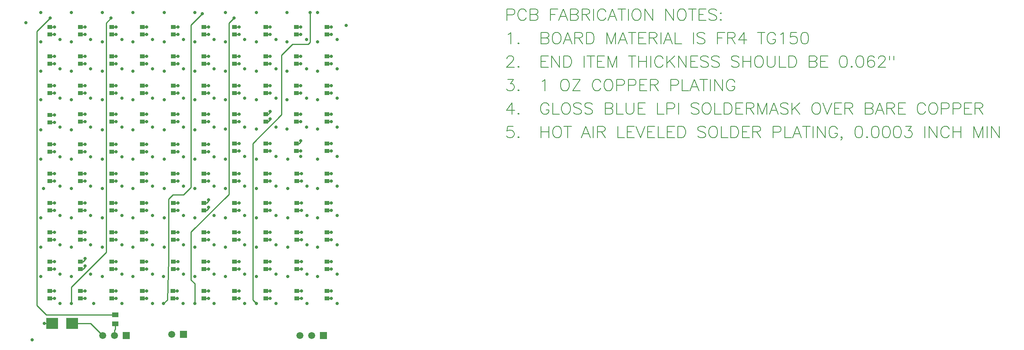
<source format=gbl>
G04 CAM350 V10.1.0 (Build 363) Date:  Mon Jun 15 22:01:46 2015 *
G04 Database: C:\Users\owner\Google Drive\rgb leds\Altium\rgb project\picxel_cam350.cam *
G04 Layer 1: PCB1.GBL *
%FSLAX25Y25*%
%MOIN*%
%SFA1.000B1.000*%

%MIA0B0*%
%IPPOS*%
%ADD71C,0.01000*%
%ADD20R,0.09850X0.09500*%
%ADD72R,0.05906X0.05906*%
%ADD73C,0.05906*%
%ADD38C,0.02800*%
%ADD45R,0.03937X0.03743*%
%ADD46R,0.05512X0.04134*%
%ADD53C,0.00800*%
%LNPCB1.GBL*%
%LPD*%
G54D72*
X246500Y204500D03*
X198000Y203500D03*
X365500D03*
G54D73*
X236500Y204500D03*
X188000Y203500D03*
X178000D03*
X345500D03*
X355500D03*
G54D38*
X354400Y479100D03*
X308700Y230900D03*
X256200D03*
X289600Y474200D03*
X262500Y477800D03*
X229700Y230900D03*
X185100Y474200D03*
X151233Y230900D03*
X170268D03*
X127733Y329100D03*
X133300Y474200D03*
X162869Y262850D03*
Y269150D03*
X267869Y312850D03*
Y319150D03*
X320369Y388350D03*
Y394650D03*
X346268Y356400D03*
X346369Y369650D03*
X136869Y235350D03*
X141768Y230900D03*
X162869Y235350D03*
X136869Y260350D03*
X141768Y255900D03*
X189369Y235350D03*
X167768Y255900D03*
X136869Y285350D03*
X194268Y230900D03*
X141768Y280900D03*
X189369Y260350D03*
X162869Y285350D03*
X194268Y255900D03*
X215369Y235350D03*
X167768Y280900D03*
X220268Y230900D03*
X136869Y310350D03*
X189369Y285350D03*
X141768Y305900D03*
X215369Y260350D03*
X194268Y280900D03*
X162869Y310350D03*
X220268Y255900D03*
X167768Y305900D03*
X241369Y235350D03*
X215369Y285350D03*
X189369Y310350D03*
X246268Y230900D03*
X136869Y335350D03*
X241869Y260350D03*
X141768Y330900D03*
X220268Y280900D03*
X194268Y305900D03*
X162869Y335350D03*
X246768Y255900D03*
X167768Y330900D03*
X215369Y310350D03*
X267869Y235350D03*
X241869Y285350D03*
X189369Y335350D03*
X220268Y305900D03*
X272768Y230900D03*
X246768Y280900D03*
X136869Y360350D03*
X194268Y330900D03*
X267869Y260350D03*
X141768Y355900D03*
X162869Y360350D03*
X241869Y310350D03*
X272768Y255900D03*
X215369Y335350D03*
X167768Y355900D03*
X267869Y285350D03*
X246768Y305900D03*
X220268Y330900D03*
X293869Y235350D03*
X189369Y360350D03*
X272768Y280900D03*
X194268Y355900D03*
X298768Y230900D03*
X293869Y260350D03*
X136869Y385350D03*
X241869Y335350D03*
X141768Y381400D03*
X215369Y360350D03*
X162869Y385850D03*
X246768Y330900D03*
X298768Y255900D03*
X167768Y381400D03*
X272768Y305900D03*
X220268Y355900D03*
X293869Y285350D03*
X189369Y385850D03*
X320369Y235350D03*
X298768Y280900D03*
X267869Y335350D03*
X194268Y381400D03*
X241869Y360350D03*
X293869Y310350D03*
X320369Y260350D03*
X136869Y410350D03*
X325268Y230900D03*
X141768Y405900D03*
X272768Y330900D03*
X246768Y355900D03*
X215369Y385850D03*
X162869Y410350D03*
X298768Y305900D03*
X220268Y381400D03*
X325268Y255900D03*
X167768Y405900D03*
X320369Y285350D03*
X267869Y360350D03*
X189369Y410350D03*
X293869Y335350D03*
X241869Y385850D03*
X346869Y235350D03*
X194268Y405900D03*
X325268Y280900D03*
X272768Y355900D03*
X298768Y330900D03*
X320369Y310350D03*
X246768Y381400D03*
X215369Y410350D03*
X136869Y435350D03*
X346869Y260350D03*
X351768Y230900D03*
X141768Y430900D03*
X220268Y405900D03*
X162869Y435350D03*
X325268Y305900D03*
X293869Y360850D03*
X267869Y385850D03*
X167768Y430900D03*
X351768Y255900D03*
X346869Y285350D03*
X320369Y335350D03*
X189369Y435350D03*
X241869Y410350D03*
X272768Y381400D03*
X298768Y356400D03*
X194268Y430900D03*
X351768Y280900D03*
X372369Y235350D03*
X246768Y405900D03*
X325268Y330900D03*
X346869Y310350D03*
X215369Y435350D03*
X372369Y260350D03*
X136869Y460350D03*
X293869Y385850D03*
X377268Y230900D03*
X141768Y455900D03*
X220268Y430900D03*
X320369Y360850D03*
X267869Y410350D03*
X351768Y305900D03*
X162869Y460350D03*
X298768Y381400D03*
X167768Y455900D03*
X372369Y285350D03*
X377268Y255900D03*
X272768Y405900D03*
X346869Y335350D03*
X325268Y356400D03*
X241869Y435350D03*
X189369Y460350D03*
X246768Y430900D03*
X194268Y455900D03*
X351768Y330900D03*
X377268Y280900D03*
X372369Y310350D03*
X293869Y410350D03*
X215369Y460350D03*
X346369Y360850D03*
X267869Y435350D03*
X298768Y405900D03*
X220268Y455900D03*
X325268Y381400D03*
X377268Y305900D03*
X272768Y430900D03*
X372369Y335350D03*
X241869Y460350D03*
X320369Y410350D03*
X246768Y455900D03*
X377268Y330900D03*
X293869Y435350D03*
X346369Y385850D03*
X325268Y405900D03*
X372369Y360850D03*
X298768Y430900D03*
X267869Y460350D03*
X351268Y381400D03*
X272768Y455900D03*
X377268Y356400D03*
X346369Y410350D03*
X320369Y435350D03*
X372369Y385850D03*
X293869Y460350D03*
X325268Y430900D03*
X351268Y405900D03*
X298768Y455900D03*
X377268Y381400D03*
X346369Y435350D03*
X372369Y410350D03*
X320369Y460350D03*
X351268Y430900D03*
X325268Y455900D03*
X377268Y405900D03*
X372369Y435350D03*
X346369Y460350D03*
X351268Y455900D03*
X377268Y430900D03*
X372369Y460350D03*
X377268Y455900D03*
X128175Y214000D03*
X136869Y241650D03*
X125233Y254100D03*
X162869Y241650D03*
X151233Y254100D03*
X136869Y266650D03*
X125233Y279100D03*
X177733Y254100D03*
X189369Y241650D03*
X151233Y279100D03*
X136869Y291650D03*
X125233Y304100D03*
X189369Y266650D03*
X177733Y279100D03*
X203733Y254100D03*
X162869Y291650D03*
X215369Y241650D03*
X151233Y304100D03*
X136869Y316650D03*
X203733Y279100D03*
X189369Y291650D03*
X215369Y266650D03*
X177733Y304100D03*
X229733Y254100D03*
X162869Y316650D03*
X241369Y241650D03*
X151233Y329100D03*
X215369Y291650D03*
X203733Y304100D03*
X230233Y279100D03*
X189369Y316650D03*
X241869Y266650D03*
X136869Y341650D03*
X177733Y329100D03*
X125233Y354100D03*
X256233Y254100D03*
X162869Y341650D03*
X267869Y241650D03*
X151233Y354100D03*
X215369Y316650D03*
X230233Y304100D03*
X203733Y329100D03*
X241869Y291650D03*
X189369Y341650D03*
X256233Y279100D03*
X267869Y266650D03*
X177733Y354100D03*
X136869Y366650D03*
X125233Y379100D03*
X241869Y316650D03*
X230233Y329100D03*
X282233Y254100D03*
X162869Y366650D03*
X215369Y341650D03*
X256233Y304100D03*
X203733Y354100D03*
X267869Y291650D03*
X293869Y241650D03*
X151233Y379100D03*
X189369Y366650D03*
X282233Y279100D03*
X177733Y379100D03*
X293869Y266650D03*
X136869Y391650D03*
X241869Y341650D03*
X256233Y329100D03*
X230233Y354100D03*
X215369Y366650D03*
X282233Y304100D03*
X162869Y392150D03*
X125233Y404600D03*
X308733Y254100D03*
X203733Y379100D03*
X293869Y291650D03*
X151233Y404600D03*
X320369Y241650D03*
X189369Y392150D03*
X308733Y279100D03*
X256233Y354100D03*
X267869Y341650D03*
X177733Y404600D03*
X241869Y366650D03*
X282233Y329100D03*
X320369Y266650D03*
X230233Y379100D03*
X293869Y316650D03*
X136869Y416650D03*
X215369Y392150D03*
X308733Y304100D03*
X203733Y404600D03*
X162869Y416650D03*
X125233Y429100D03*
X320369Y291650D03*
X335233Y254100D03*
X151233Y429100D03*
X267869Y366650D03*
X282233Y354100D03*
X256233Y379100D03*
X293869Y341650D03*
X346869Y241650D03*
X189369Y416650D03*
X241869Y392150D03*
X335233Y279100D03*
X308733Y329100D03*
X230233Y404600D03*
X177733Y429100D03*
X320369Y316650D03*
X346869Y266650D03*
X215369Y416650D03*
X136869Y441650D03*
X335233Y304100D03*
X203733Y429100D03*
X162869Y441650D03*
X282233Y379600D03*
X293869Y367150D03*
X346869Y291650D03*
X125233Y454100D03*
X267869Y392150D03*
X308733Y354100D03*
X360733Y254100D03*
X256233Y404600D03*
X320369Y341650D03*
X151233Y454100D03*
X241869Y416650D03*
X189369Y441650D03*
X372369Y241650D03*
X335233Y329100D03*
X230233Y429100D03*
X360733Y279100D03*
X346869Y316650D03*
X177733Y454100D03*
X372369Y266650D03*
X215369Y441650D03*
X293869Y392150D03*
X282233Y404600D03*
X308733Y379600D03*
X136869Y466650D03*
X320369Y367150D03*
X360733Y304100D03*
X203733Y454100D03*
X267869Y416650D03*
X256233Y429100D03*
X335233Y354100D03*
X372369Y291650D03*
X162869Y466650D03*
X346869Y341650D03*
X125233Y479100D03*
X241869Y441650D03*
X151233Y479100D03*
X189369Y466650D03*
X360733Y329100D03*
X230233Y454100D03*
X372369Y316650D03*
X177733Y479100D03*
X308733Y404600D03*
X293869Y416650D03*
X282233Y429100D03*
X334733Y379600D03*
X215369Y466650D03*
X267869Y441650D03*
X360733Y354100D03*
X256233Y454100D03*
X203733Y479100D03*
X372369Y341650D03*
X241869Y466650D03*
X320369Y416650D03*
X230233Y479100D03*
X308733Y429100D03*
X334733Y404600D03*
X346369Y392150D03*
X293869Y441650D03*
X282233Y454100D03*
X360733Y379600D03*
X372369Y367150D03*
X267869Y466650D03*
X256233Y479100D03*
X334733Y429100D03*
X346369Y416650D03*
X320369Y441650D03*
X308733Y454100D03*
X360733Y404600D03*
X372369Y392150D03*
X293869Y466650D03*
X282233Y479100D03*
X346369Y441650D03*
X334733Y454100D03*
X360733Y429100D03*
X372369Y416650D03*
X320369Y466650D03*
X308733Y479100D03*
X360733Y454100D03*
X372369Y441650D03*
X346369Y466650D03*
X334733Y479100D03*
X372369Y466650D03*
X360733Y479100D03*
G54D20*
X152000Y214000D03*
X135000D03*
G54D45*
X238000Y441650D03*
Y435350D03*
X133000Y460350D03*
Y466650D03*
Y435350D03*
Y441650D03*
Y410350D03*
Y416650D03*
Y385350D03*
Y391650D03*
Y360350D03*
Y366650D03*
Y335350D03*
Y341650D03*
Y310350D03*
Y316650D03*
Y285350D03*
Y291650D03*
Y260350D03*
Y266650D03*
Y235350D03*
Y241650D03*
X159000Y460350D03*
Y466650D03*
Y435350D03*
Y441650D03*
Y410350D03*
Y416650D03*
Y385850D03*
Y392150D03*
Y360350D03*
Y366650D03*
Y335350D03*
Y341650D03*
Y310350D03*
Y316650D03*
Y285350D03*
Y291650D03*
Y260350D03*
Y266650D03*
Y235350D03*
Y241650D03*
X185500Y460350D03*
Y466650D03*
Y435350D03*
Y441650D03*
Y410350D03*
Y416650D03*
Y385850D03*
Y392150D03*
Y360350D03*
Y366650D03*
Y335350D03*
Y341650D03*
Y310350D03*
Y316650D03*
Y285350D03*
Y291650D03*
Y260350D03*
Y266650D03*
Y235350D03*
Y241650D03*
X211500Y460350D03*
Y466650D03*
Y435350D03*
Y441650D03*
Y410350D03*
Y416650D03*
Y385850D03*
Y392150D03*
Y360350D03*
Y366650D03*
Y335350D03*
Y341650D03*
Y310350D03*
Y316650D03*
Y285350D03*
Y291650D03*
Y260350D03*
Y266650D03*
Y235350D03*
Y241650D03*
X238000Y460350D03*
Y466650D03*
Y410350D03*
Y416650D03*
Y385850D03*
Y392150D03*
Y360350D03*
Y366650D03*
Y335350D03*
Y341650D03*
Y310350D03*
Y316650D03*
Y285350D03*
Y291650D03*
Y260350D03*
Y266650D03*
X237500Y235350D03*
Y241650D03*
X264000Y460350D03*
Y466650D03*
Y435350D03*
Y441650D03*
Y410350D03*
Y416650D03*
Y385850D03*
Y392150D03*
Y360350D03*
Y366650D03*
Y335350D03*
Y341650D03*
Y310350D03*
Y316650D03*
Y285350D03*
Y291650D03*
Y260350D03*
Y266650D03*
Y235350D03*
Y241650D03*
X290000Y460350D03*
Y466650D03*
Y435350D03*
Y441650D03*
Y410350D03*
Y416650D03*
Y385850D03*
Y392150D03*
Y360850D03*
Y367150D03*
Y335350D03*
Y341650D03*
Y310350D03*
Y316650D03*
Y285350D03*
Y291650D03*
Y260350D03*
Y266650D03*
Y235350D03*
Y241650D03*
X316500Y460350D03*
Y466650D03*
Y435350D03*
Y441650D03*
Y410350D03*
Y416650D03*
Y385850D03*
Y392150D03*
Y360850D03*
Y367150D03*
Y335350D03*
Y341650D03*
Y310350D03*
Y316650D03*
Y285350D03*
Y291650D03*
Y260350D03*
Y266650D03*
Y235350D03*
Y241650D03*
X342500Y460350D03*
Y466650D03*
Y435350D03*
Y441650D03*
Y410350D03*
Y416650D03*
Y385850D03*
Y392150D03*
Y360850D03*
Y367150D03*
X343000Y335350D03*
Y341650D03*
Y310350D03*
Y316650D03*
Y285350D03*
Y291650D03*
Y260350D03*
Y266650D03*
Y235350D03*
Y241650D03*
X368500Y460350D03*
Y466650D03*
Y435350D03*
Y441650D03*
Y410350D03*
Y416650D03*
Y385850D03*
Y392150D03*
Y360850D03*
Y367150D03*
Y335350D03*
Y341650D03*
Y310350D03*
Y316650D03*
Y285350D03*
Y291650D03*
Y260350D03*
Y266650D03*
Y235350D03*
Y241650D03*
G54D46*
X188500Y213760D03*
Y221240D03*
G54D38*
X112800Y470270D03*
X117950Y199800D03*
X385130Y467830D03*
G54D71*
X354400Y453750D02*
G01Y479100D01*
X352650Y452000D02*
G01X354400Y453750D01*
X339400Y452000D02*
G01X352650D01*
X330000Y442600D02*
G01X339400Y452000D01*
X330000Y391800D02*
G01Y442600D01*
X305600Y367400D02*
G01X330000Y391800D01*
X305600Y234000D02*
G01Y367400D01*
Y234000D02*
G01X308700Y230900D01*
X256200D02*
G01Y247900D01*
X253100Y251000D02*
G01X256200Y247900D01*
X253100Y251000D02*
G01Y291800D01*
X285400Y324100*
Y470000*
X289600Y474200*
X253100Y468400D02*
G01X262500Y477800D01*
X253100Y330000D02*
G01Y468400D01*
X246800Y323700D02*
G01X253100Y330000D01*
X237500Y323700D02*
G01X246800D01*
X233900Y320100D02*
G01X237500Y323700D01*
X233900Y268000D02*
G01Y320100D01*
X232900Y234100D02*
G01X233900Y268000D01*
X229700Y230900D02*
G01X232900Y234100D01*
X180900Y470000D02*
G01X185100Y474200D01*
X180900Y274600D02*
G01Y470000D01*
X151233Y244933D02*
G01X180900Y274600D01*
X151233Y230900D02*
G01Y244933D01*
X122100Y463000D02*
G01X133300Y474200D01*
X122100Y229140D02*
G01Y463000D01*
Y229140D02*
G01X130000Y221240D01*
X188500*
X162869Y261969D02*
G01Y262850D01*
X161250Y260350D02*
G01X162869Y261969D01*
X159000Y260350D02*
G01X161250D01*
X162869Y268268D02*
G01Y269150D01*
X161250Y266650D02*
G01X162869Y268268D01*
X159000Y266650D02*
G01X161250D01*
X267869Y311969D02*
G01Y312850D01*
X266250Y310350D02*
G01X267869Y311969D01*
X264000Y310350D02*
G01X266250D01*
X267869Y318268D02*
G01Y319150D01*
X266250Y316650D02*
G01X267869Y318268D01*
X264000Y316650D02*
G01X266250D01*
X320369Y387469D02*
G01Y388350D01*
X318750Y385850D02*
G01X320369Y387469D01*
X316500Y385850D02*
G01X318750D01*
X320369Y393750D02*
G01Y394650D01*
X318768Y392150D02*
G01X320369Y393750D01*
X316500Y392150D02*
G01X318768D01*
X346369Y368518D02*
G01Y369650D01*
X345000Y367150D02*
G01X346369Y368518D01*
X342500Y367150D02*
G01X345000D01*
X152000Y214000D02*
G01X167500D01*
X178000Y203500*
X188500Y208800D02*
G01Y213760D01*
X188000Y208300D02*
G01X188500Y208800D01*
X188000Y203500D02*
G01Y208300D01*
X133000Y235350D02*
G01X136869D01*
X159000D02*
G01X162869D01*
X133000Y260350D02*
G01X136869D01*
X185500Y235350D02*
G01X189369D01*
X133000Y285350D02*
G01X136869D01*
X185500Y260350D02*
G01X189369D01*
X159000Y285350D02*
G01X162869D01*
X211500Y235350D02*
G01X215369D01*
X133000Y310350D02*
G01X136869D01*
X185500Y285350D02*
G01X189369D01*
X211500Y260350D02*
G01X215369D01*
X159000Y310350D02*
G01X162869D01*
X237500Y235350D02*
G01X241369D01*
X211500Y285350D02*
G01X215369D01*
X185500Y310350D02*
G01X189369D01*
X133000Y335350D02*
G01X136869D01*
X238000Y260350D02*
G01X241869D01*
X159000Y335350D02*
G01X162869D01*
X211500Y310350D02*
G01X215369D01*
X264000Y235350D02*
G01X267869D01*
X238000Y285350D02*
G01X241869D01*
X185500Y335350D02*
G01X189369D01*
X133000Y360350D02*
G01X136869D01*
X264000Y260350D02*
G01X267869D01*
X159000Y360350D02*
G01X162869D01*
X238000Y310350D02*
G01X241869D01*
X211500Y335350D02*
G01X215369D01*
X264000Y285350D02*
G01X267869D01*
X290000Y235350D02*
G01X293869D01*
X185500Y360350D02*
G01X189369D01*
X290000Y260350D02*
G01X293869D01*
X133000Y385350D02*
G01X136869D01*
X238000Y335350D02*
G01X241869D01*
X211500Y360350D02*
G01X215369D01*
X159000Y385850D02*
G01X162869D01*
X290000Y285350D02*
G01X293869D01*
X185500Y385850D02*
G01X189369D01*
X316500Y235350D02*
G01X320369D01*
X264000Y335350D02*
G01X267869D01*
X238000Y360350D02*
G01X241869D01*
X290000Y310350D02*
G01X293869D01*
X316500Y260350D02*
G01X320369D01*
X133000Y410350D02*
G01X136869D01*
X211500Y385850D02*
G01X215369D01*
X159000Y410350D02*
G01X162869D01*
X316500Y285350D02*
G01X320369D01*
X264000Y360350D02*
G01X267869D01*
X185500Y410350D02*
G01X189369D01*
X290000Y335350D02*
G01X293869D01*
X238000Y385850D02*
G01X241869D01*
X343000Y235350D02*
G01X346869D01*
X316500Y310350D02*
G01X320369D01*
X211500Y410350D02*
G01X215369D01*
X133000Y435350D02*
G01X136869D01*
X343000Y260350D02*
G01X346869D01*
X159000Y435350D02*
G01X162869D01*
X290000Y360850D02*
G01X293869D01*
X264000Y385850D02*
G01X267869D01*
X343000Y285350D02*
G01X346869D01*
X316500Y335350D02*
G01X320369D01*
X185500Y435350D02*
G01X189369D01*
X238000Y410350D02*
G01X241869D01*
X368500Y235350D02*
G01X372369D01*
X343000Y310350D02*
G01X346869D01*
X211500Y435350D02*
G01X215369D01*
X368500Y260350D02*
G01X372369D01*
X133000Y460350D02*
G01X136869D01*
X290000Y385850D02*
G01X293869D01*
X316500Y360850D02*
G01X320369D01*
X264000Y410350D02*
G01X267869D01*
X159000Y460350D02*
G01X162869D01*
X368500Y285350D02*
G01X372369D01*
X343000Y335350D02*
G01X346869D01*
X238000Y435350D02*
G01X241869D01*
X185500Y460350D02*
G01X189369D01*
X368500Y310350D02*
G01X372369D01*
X290000Y410350D02*
G01X293869D01*
X211500Y460350D02*
G01X215369D01*
X342500Y360850D02*
G01X346369D01*
X264000Y435350D02*
G01X267869D01*
X368500Y335350D02*
G01X372369D01*
X238000Y460350D02*
G01X241869D01*
X316500Y410350D02*
G01X320369D01*
X290000Y435350D02*
G01X293869D01*
X342500Y385850D02*
G01X346369D01*
X368500Y360850D02*
G01X372369D01*
X264000Y460350D02*
G01X267869D01*
X342500Y410350D02*
G01X346369D01*
X316500Y435350D02*
G01X320369D01*
X368500Y385850D02*
G01X372369D01*
X290000Y460350D02*
G01X293869D01*
X342500Y435350D02*
G01X346369D01*
X368500Y410350D02*
G01X372369D01*
X316500Y460350D02*
G01X320369D01*
X368500Y435350D02*
G01X372369D01*
X342500Y460350D02*
G01X346369D01*
X368500D02*
G01X372369D01*
X128175Y214000D02*
G01X135000D01*
X133000Y241650D02*
G01X136869D01*
X159000D02*
G01X162869D01*
X133000Y266650D02*
G01X136869D01*
X185500Y241650D02*
G01X189369D01*
X133000Y291650D02*
G01X136869D01*
X185500Y266650D02*
G01X189369D01*
X159000Y291650D02*
G01X162869D01*
X211500Y241650D02*
G01X215369D01*
X133000Y316650D02*
G01X136869D01*
X185500Y291650D02*
G01X189369D01*
X211500Y266650D02*
G01X215369D01*
X159000Y316650D02*
G01X162869D01*
X237500Y241650D02*
G01X241369D01*
X211500Y291650D02*
G01X215369D01*
X185500Y316650D02*
G01X189369D01*
X238000Y266650D02*
G01X241869D01*
X133000Y341650D02*
G01X136869D01*
X159000D02*
G01X162869D01*
X264000Y241650D02*
G01X267869D01*
X211500Y316650D02*
G01X215369D01*
X238000Y291650D02*
G01X241869D01*
X185500Y341650D02*
G01X189369D01*
X264000Y266650D02*
G01X267869D01*
X133000Y366650D02*
G01X136869D01*
X238000Y316650D02*
G01X241869D01*
X159000Y366650D02*
G01X162869D01*
X211500Y341650D02*
G01X215369D01*
X264000Y291650D02*
G01X267869D01*
X290000Y241650D02*
G01X293869D01*
X185500Y366650D02*
G01X189369D01*
X290000Y266650D02*
G01X293869D01*
X133000Y391650D02*
G01X136869D01*
X238000Y341650D02*
G01X241869D01*
X211500Y366650D02*
G01X215369D01*
X159000Y392150D02*
G01X162869D01*
X290000Y291650D02*
G01X293869D01*
X316500Y241650D02*
G01X320369D01*
X185500Y392150D02*
G01X189369D01*
X264000Y341650D02*
G01X267869D01*
X238000Y366650D02*
G01X241869D01*
X316500Y266650D02*
G01X320369D01*
X290000Y316650D02*
G01X293869D01*
X133000Y416650D02*
G01X136869D01*
X211500Y392150D02*
G01X215369D01*
X159000Y416650D02*
G01X162869D01*
X316500Y291650D02*
G01X320369D01*
X264000Y366650D02*
G01X267869D01*
X290000Y341650D02*
G01X293869D01*
X343000Y241650D02*
G01X346869D01*
X185500Y416650D02*
G01X189369D01*
X238000Y392150D02*
G01X241869D01*
X316500Y316650D02*
G01X320369D01*
X343000Y266650D02*
G01X346869D01*
X211500Y416650D02*
G01X215369D01*
X133000Y441650D02*
G01X136869D01*
X159000D02*
G01X162869D01*
X290000Y367150D02*
G01X293869D01*
X343000Y291650D02*
G01X346869D01*
X264000Y392150D02*
G01X267869D01*
X316500Y341650D02*
G01X320369D01*
X238000Y416650D02*
G01X241869D01*
X185500Y441650D02*
G01X189369D01*
X368500Y241650D02*
G01X372369D01*
X343000Y316650D02*
G01X346869D01*
X368500Y266650D02*
G01X372369D01*
X211500Y441650D02*
G01X215369D01*
X290000Y392150D02*
G01X293869D01*
X133000Y466650D02*
G01X136869D01*
X316500Y367150D02*
G01X320369D01*
X264000Y416650D02*
G01X267869D01*
X368500Y291650D02*
G01X372369D01*
X159000Y466650D02*
G01X162869D01*
X343000Y341650D02*
G01X346869D01*
X238000Y441650D02*
G01X241869D01*
X185500Y466650D02*
G01X189369D01*
X368500Y316650D02*
G01X372369D01*
X290000Y416650D02*
G01X293869D01*
X211500Y466650D02*
G01X215369D01*
X264000Y441650D02*
G01X267869D01*
X368500Y341650D02*
G01X372369D01*
X238000Y466650D02*
G01X241869D01*
X316500Y416650D02*
G01X320369D01*
X342500Y392150D02*
G01X346369D01*
X290000Y441650D02*
G01X293869D01*
X368500Y367150D02*
G01X372369D01*
X264000Y466650D02*
G01X267869D01*
X342500Y416650D02*
G01X346369D01*
X316500Y441650D02*
G01X320369D01*
X368500Y392150D02*
G01X372369D01*
X290000Y466650D02*
G01X293869D01*
X342500Y441650D02*
G01X346369D01*
X368500Y416650D02*
G01X372369D01*
X316500Y466650D02*
G01X320369D01*
X368500Y441650D02*
G01X372369D01*
X342500Y466650D02*
G01X346369D01*
X368500D02*
G01X372369D01*
G54D53*
G01X521755Y482064D02*
Y472220D01*
Y482064D02*
X525974D01*
X527380Y481595D01*
X527849Y481126D01*
X528317Y480189D01*
Y478782D01*
X527849Y477845D01*
X527380Y477376D01*
X525974Y476907D01*
X521755D01*
X538161Y479720D02*
X537692Y480657D01*
X536755Y481595D01*
X535817Y482064D01*
X533942D01*
X533005Y481595D01*
X532067Y480657D01*
X531599Y479720D01*
X531130Y478314D01*
Y475970D01*
X531599Y474564D01*
X532067Y473626D01*
X533005Y472689D01*
X533942Y472220D01*
X535817D01*
X536755Y472689D01*
X537692Y473626D01*
X538161Y474564D01*
X541442Y482064D02*
Y472220D01*
Y482064D02*
X545661D01*
X547067Y481595D01*
X547536Y481126D01*
X548005Y480189D01*
Y479251D01*
X547536Y478314D01*
X547067Y477845D01*
X545661Y477376D01*
X541442D02*
X545661D01*
X547067Y476907D01*
X547536Y476439D01*
X548005Y475501D01*
Y474095D01*
X547536Y473157D01*
X547067Y472689D01*
X545661Y472220D01*
X541442D01*
X558786Y482064D02*
Y472220D01*
Y482064D02*
X564880D01*
X558786Y477376D02*
X562536D01*
X569567Y482064D02*
X565817Y472220D01*
X569567Y482064D02*
X573317Y472220D01*
X567224Y475501D02*
X571911D01*
X575661Y482064D02*
Y472220D01*
Y482064D02*
X579880D01*
X581286Y481595D01*
X581755Y481126D01*
X582224Y480189D01*
Y479251D01*
X581755Y478314D01*
X581286Y477845D01*
X579880Y477376D01*
X575661D02*
X579880D01*
X581286Y476907D01*
X581755Y476439D01*
X582224Y475501D01*
Y474095D01*
X581755Y473157D01*
X581286Y472689D01*
X579880Y472220D01*
X575661D01*
X585505Y482064D02*
Y472220D01*
Y482064D02*
X589724D01*
X591130Y481595D01*
X591599Y481126D01*
X592067Y480189D01*
Y479251D01*
X591599Y478314D01*
X591130Y477845D01*
X589724Y477376D01*
X585505D01*
X588786D02*
X592067Y472220D01*
X595349Y482064D02*
Y472220D01*
X605661Y479720D02*
X605192Y480657D01*
X604255Y481595D01*
X603317Y482064D01*
X601442D01*
X600505Y481595D01*
X599567Y480657D01*
X599099Y479720D01*
X598630Y478314D01*
Y475970D01*
X599099Y474564D01*
X599567Y473626D01*
X600505Y472689D01*
X601442Y472220D01*
X603317D01*
X604255Y472689D01*
X605192Y473626D01*
X605661Y474564D01*
X611286Y482064D02*
X607536Y472220D01*
X611286Y482064D02*
X615036Y472220D01*
X608942Y475501D02*
X613630D01*
X619255Y482064D02*
Y472220D01*
X615974Y482064D02*
X622536D01*
X624880D02*
Y472220D01*
X630974Y482064D02*
X630036Y481595D01*
X629099Y480657D01*
X628630Y479720D01*
X628161Y478314D01*
Y475970D01*
X628630Y474564D01*
X629099Y473626D01*
X630036Y472689D01*
X630974Y472220D01*
X632849D01*
X633786Y472689D01*
X634724Y473626D01*
X635192Y474564D01*
X635661Y475970D01*
Y478314D01*
X635192Y479720D01*
X634724Y480657D01*
X633786Y481595D01*
X632849Y482064D01*
X630974D01*
X638942D02*
Y472220D01*
Y482064D02*
X645505Y472220D01*
Y482064D02*
Y472220D01*
X656755Y482064D02*
Y472220D01*
Y482064D02*
X663317Y472220D01*
Y482064D02*
Y472220D01*
X669411Y482064D02*
X668474Y481595D01*
X667536Y480657D01*
X667067Y479720D01*
X666599Y478314D01*
Y475970D01*
X667067Y474564D01*
X667536Y473626D01*
X668474Y472689D01*
X669411Y472220D01*
X671286D01*
X672224Y472689D01*
X673161Y473626D01*
X673630Y474564D01*
X674099Y475970D01*
Y478314D01*
X673630Y479720D01*
X673161Y480657D01*
X672224Y481595D01*
X671286Y482064D01*
X669411D01*
X679255D02*
Y472220D01*
X675974Y482064D02*
X682536D01*
X684880D02*
Y472220D01*
Y482064D02*
X690974D01*
X684880Y477376D02*
X688630D01*
X684880Y472220D02*
X690974D01*
X699880Y480657D02*
X698942Y481595D01*
X697536Y482064D01*
X695661D01*
X694255Y481595D01*
X693317Y480657D01*
Y479720D01*
X693786Y478782D01*
X694255Y478314D01*
X695192Y477845D01*
X698005Y476907D01*
X698942Y476439D01*
X699411Y475970D01*
X699880Y475032D01*
Y473626D01*
X698942Y472689D01*
X697536Y472220D01*
X695661D01*
X694255Y472689D01*
X693317Y473626D01*
X703630Y478782D02*
X703161Y478314D01*
X703630Y477845D01*
X704099Y478314D01*
X703630Y478782D01*
Y473157D02*
X703161Y472689D01*
X703630Y472220D01*
X704099Y472689D01*
X703630Y473157D01*
X522692Y460189D02*
X523630Y460657D01*
X525036Y462064D01*
Y452220D01*
X531599Y453157D02*
X531130Y452689D01*
X531599Y452220D01*
X532067Y452689D01*
X531599Y453157D01*
X550817Y462064D02*
Y452220D01*
Y462064D02*
X555036D01*
X556442Y461595D01*
X556911Y461126D01*
X557380Y460189D01*
Y459251D01*
X556911Y458314D01*
X556442Y457845D01*
X555036Y457376D01*
X550817D02*
X555036D01*
X556442Y456907D01*
X556911Y456439D01*
X557380Y455501D01*
Y454095D01*
X556911Y453157D01*
X556442Y452689D01*
X555036Y452220D01*
X550817D01*
X563005Y462064D02*
X562067Y461595D01*
X561130Y460657D01*
X560661Y459720D01*
X560192Y458314D01*
Y455970D01*
X560661Y454564D01*
X561130Y453626D01*
X562067Y452689D01*
X563005Y452220D01*
X564880D01*
X565817Y452689D01*
X566755Y453626D01*
X567224Y454564D01*
X567692Y455970D01*
Y458314D01*
X567224Y459720D01*
X566755Y460657D01*
X565817Y461595D01*
X564880Y462064D01*
X563005D01*
X573317D02*
X569567Y452220D01*
X573317Y462064D02*
X577067Y452220D01*
X570974Y455501D02*
X575661D01*
X579411Y462064D02*
Y452220D01*
Y462064D02*
X583630D01*
X585036Y461595D01*
X585505Y461126D01*
X585974Y460189D01*
Y459251D01*
X585505Y458314D01*
X585036Y457845D01*
X583630Y457376D01*
X579411D01*
X582692D02*
X585974Y452220D01*
X589255Y462064D02*
Y452220D01*
Y462064D02*
X592536D01*
X593942Y461595D01*
X594880Y460657D01*
X595349Y459720D01*
X595817Y458314D01*
Y455970D01*
X595349Y454564D01*
X594880Y453626D01*
X593942Y452689D01*
X592536Y452220D01*
X589255D01*
X606599Y462064D02*
Y452220D01*
Y462064D02*
X610349Y452220D01*
X614099Y462064D02*
X610349Y452220D01*
X614099Y462064D02*
Y452220D01*
X620192Y462064D02*
X616442Y452220D01*
X620192Y462064D02*
X623942Y452220D01*
X617849Y455501D02*
X622536D01*
X628161Y462064D02*
Y452220D01*
X624880Y462064D02*
X631442D01*
X633786D02*
Y452220D01*
Y462064D02*
X639880D01*
X633786Y457376D02*
X637536D01*
X633786Y452220D02*
X639880D01*
X642692Y462064D02*
Y452220D01*
Y462064D02*
X646911D01*
X648317Y461595D01*
X648786Y461126D01*
X649255Y460189D01*
Y459251D01*
X648786Y458314D01*
X648317Y457845D01*
X646911Y457376D01*
X642692D01*
X645974D02*
X649255Y452220D01*
X652536Y462064D02*
Y452220D01*
X658630Y462064D02*
X654880Y452220D01*
X658630Y462064D02*
X662380Y452220D01*
X656286Y455501D02*
X660974D01*
X664724Y462064D02*
Y452220D01*
Y452220D02*
X670349D01*
X680192Y462064D02*
Y452220D01*
X690036Y460657D02*
X689099Y461595D01*
X687692Y462064D01*
X685817D01*
X684411Y461595D01*
X683474Y460657D01*
Y459720D01*
X683942Y458782D01*
X684411Y458314D01*
X685349Y457845D01*
X688161Y456907D01*
X689099Y456439D01*
X689567Y455970D01*
X690036Y455032D01*
Y453626D01*
X689099Y452689D01*
X687692Y452220D01*
X685817D01*
X684411Y452689D01*
X683474Y453626D01*
X700817Y462064D02*
Y452220D01*
Y462064D02*
X706911D01*
X700817Y457376D02*
X704567D01*
X709255Y462064D02*
Y452220D01*
Y462064D02*
X713474D01*
X714880Y461595D01*
X715349Y461126D01*
X715817Y460189D01*
Y459251D01*
X715349Y458314D01*
X714880Y457845D01*
X713474Y457376D01*
X709255D01*
X712536D02*
X715817Y452220D01*
X723317Y462064D02*
X718630Y455501D01*
X725661D01*
X723317Y462064D02*
Y452220D01*
X737849Y462064D02*
Y452220D01*
X734567Y462064D02*
X741130D01*
X750036Y459720D02*
X749567Y460657D01*
X748630Y461595D01*
X747692Y462064D01*
X745817D01*
X744880Y461595D01*
X743942Y460657D01*
X743474Y459720D01*
X743005Y458314D01*
Y455970D01*
X743474Y454564D01*
X743942Y453626D01*
X744880Y452689D01*
X745817Y452220D01*
X747692D01*
X748630Y452689D01*
X749567Y453626D01*
X750036Y454564D01*
Y455970D01*
X747692D02*
X750036D01*
X754255Y460189D02*
X755192Y460657D01*
X756599Y462064D01*
Y452220D01*
X767849Y462064D02*
X763161D01*
X762692Y457845D01*
X763161Y458314D01*
X764567Y458782D01*
X765974D01*
X767380Y458314D01*
X768317Y457376D01*
X768786Y455970D01*
Y455032D01*
X768317Y453626D01*
X767380Y452689D01*
X765974Y452220D01*
X764567D01*
X763161Y452689D01*
X762692Y453157D01*
X762224Y454095D01*
X774411Y462064D02*
X773005Y461595D01*
X772067Y460189D01*
X771599Y457845D01*
Y456439D01*
X772067Y454095D01*
X773005Y452689D01*
X774411Y452220D01*
X775349D01*
X776755Y452689D01*
X777692Y454095D01*
X778161Y456439D01*
Y457845D01*
X777692Y460189D01*
X776755Y461595D01*
X775349Y462064D01*
X774411D01*
X521755Y439720D02*
Y440189D01*
X522224Y441126D01*
X522692Y441595D01*
X523630Y442064D01*
X525505D01*
X526442Y441595D01*
X526911Y441126D01*
X527380Y440189D01*
Y439251D01*
X526911Y438314D01*
X525974Y436907D01*
X521286Y432220D01*
X527849D01*
X531599Y433157D02*
X531130Y432689D01*
X531599Y432220D01*
X532067Y432689D01*
X531599Y433157D01*
X550817Y442064D02*
Y432220D01*
Y442064D02*
X556911D01*
X550817Y437376D02*
X554567D01*
X550817Y432220D02*
X556911D01*
X559724Y442064D02*
Y432220D01*
Y442064D02*
X566286Y432220D01*
Y442064D02*
Y432220D01*
X570036Y442064D02*
Y432220D01*
Y442064D02*
X573317D01*
X574724Y441595D01*
X575661Y440657D01*
X576130Y439720D01*
X576599Y438314D01*
Y435970D01*
X576130Y434564D01*
X575661Y433626D01*
X574724Y432689D01*
X573317Y432220D01*
X570036D01*
X587380Y442064D02*
Y432220D01*
X593005Y442064D02*
Y432220D01*
X589724Y442064D02*
X596286D01*
X598630D02*
Y432220D01*
Y442064D02*
X604724D01*
X598630Y437376D02*
X602380D01*
X598630Y432220D02*
X604724D01*
X607536Y442064D02*
Y432220D01*
Y442064D02*
X611286Y432220D01*
X615036Y442064D02*
X611286Y432220D01*
X615036Y442064D02*
Y432220D01*
X628161Y442064D02*
Y432220D01*
X624880Y442064D02*
X631442D01*
X633786D02*
Y432220D01*
X640349Y442064D02*
Y432220D01*
X633786Y437376D02*
X640349D01*
X644099Y442064D02*
Y432220D01*
X654411Y439720D02*
X653942Y440657D01*
X653005Y441595D01*
X652067Y442064D01*
X650192D01*
X649255Y441595D01*
X648317Y440657D01*
X647849Y439720D01*
X647380Y438314D01*
Y435970D01*
X647849Y434564D01*
X648317Y433626D01*
X649255Y432689D01*
X650192Y432220D01*
X652067D01*
X653005Y432689D01*
X653942Y433626D01*
X654411Y434564D01*
X657692Y442064D02*
Y432220D01*
X664255Y442064D02*
X657692Y435501D01*
X660036Y437845D02*
X664255Y432220D01*
X667536Y442064D02*
Y432220D01*
Y442064D02*
X674099Y432220D01*
Y442064D02*
Y432220D01*
X677849Y442064D02*
Y432220D01*
Y442064D02*
X683942D01*
X677849Y437376D02*
X681599D01*
X677849Y432220D02*
X683942D01*
X692849Y440657D02*
X691911Y441595D01*
X690505Y442064D01*
X688630D01*
X687224Y441595D01*
X686286Y440657D01*
Y439720D01*
X686755Y438782D01*
X687224Y438314D01*
X688161Y437845D01*
X690974Y436907D01*
X691911Y436439D01*
X692380Y435970D01*
X692849Y435032D01*
Y433626D01*
X691911Y432689D01*
X690505Y432220D01*
X688630D01*
X687224Y432689D01*
X686286Y433626D01*
X702224Y440657D02*
X701286Y441595D01*
X699880Y442064D01*
X698005D01*
X696599Y441595D01*
X695661Y440657D01*
Y439720D01*
X696130Y438782D01*
X696599Y438314D01*
X697536Y437845D01*
X700349Y436907D01*
X701286Y436439D01*
X701755Y435970D01*
X702224Y435032D01*
Y433626D01*
X701286Y432689D01*
X699880Y432220D01*
X698005D01*
X696599Y432689D01*
X695661Y433626D01*
X719099Y440657D02*
X718161Y441595D01*
X716755Y442064D01*
X714880D01*
X713474Y441595D01*
X712536Y440657D01*
Y439720D01*
X713005Y438782D01*
X713474Y438314D01*
X714411Y437845D01*
X717224Y436907D01*
X718161Y436439D01*
X718630Y435970D01*
X719099Y435032D01*
Y433626D01*
X718161Y432689D01*
X716755Y432220D01*
X714880D01*
X713474Y432689D01*
X712536Y433626D01*
X722380Y442064D02*
Y432220D01*
X728942Y442064D02*
Y432220D01*
X722380Y437376D02*
X728942D01*
X735036Y442064D02*
X734099Y441595D01*
X733161Y440657D01*
X732692Y439720D01*
X732224Y438314D01*
Y435970D01*
X732692Y434564D01*
X733161Y433626D01*
X734099Y432689D01*
X735036Y432220D01*
X736911D01*
X737849Y432689D01*
X738786Y433626D01*
X739255Y434564D01*
X739724Y435970D01*
Y438314D01*
X739255Y439720D01*
X738786Y440657D01*
X737849Y441595D01*
X736911Y442064D01*
X735036D01*
X743005D02*
Y435032D01*
X743474Y433626D01*
X744411Y432689D01*
X745817Y432220D01*
X746755D01*
X748161Y432689D01*
X749099Y433626D01*
X749567Y435032D01*
Y442064D01*
X753317D02*
Y432220D01*
Y432220D02*
X758942D01*
X761286Y442064D02*
Y432220D01*
Y442064D02*
X764567D01*
X765974Y441595D01*
X766911Y440657D01*
X767380Y439720D01*
X767849Y438314D01*
Y435970D01*
X767380Y434564D01*
X766911Y433626D01*
X765974Y432689D01*
X764567Y432220D01*
X761286D01*
X778630Y442064D02*
Y432220D01*
Y442064D02*
X782849D01*
X784255Y441595D01*
X784724Y441126D01*
X785192Y440189D01*
Y439251D01*
X784724Y438314D01*
X784255Y437845D01*
X782849Y437376D01*
X778630D02*
X782849D01*
X784255Y436907D01*
X784724Y436439D01*
X785192Y435501D01*
Y434095D01*
X784724Y433157D01*
X784255Y432689D01*
X782849Y432220D01*
X778630D01*
X788474Y442064D02*
Y432220D01*
Y442064D02*
X794567D01*
X788474Y437376D02*
X792224D01*
X788474Y432220D02*
X794567D01*
X807224Y442064D02*
X805817Y441595D01*
X804880Y440189D01*
X804411Y437845D01*
Y436439D01*
X804880Y434095D01*
X805817Y432689D01*
X807224Y432220D01*
X808161D01*
X809567Y432689D01*
X810505Y434095D01*
X810974Y436439D01*
Y437845D01*
X810505Y440189D01*
X809567Y441595D01*
X808161Y442064D01*
X807224D01*
X814724Y433157D02*
X814255Y432689D01*
X814724Y432220D01*
X815192Y432689D01*
X814724Y433157D01*
X821286Y442064D02*
X819880Y441595D01*
X818942Y440189D01*
X818474Y437845D01*
Y436439D01*
X818942Y434095D01*
X819880Y432689D01*
X821286Y432220D01*
X822224D01*
X823630Y432689D01*
X824567Y434095D01*
X825036Y436439D01*
Y437845D01*
X824567Y440189D01*
X823630Y441595D01*
X822224Y442064D01*
X821286D01*
X833942Y440657D02*
X833474Y441595D01*
X832067Y442064D01*
X831130D01*
X829724Y441595D01*
X828786Y440189D01*
X828317Y437845D01*
Y435501D01*
X828786Y433626D01*
X829724Y432689D01*
X831130Y432220D01*
X831599D01*
X833005Y432689D01*
X833942Y433626D01*
X834411Y435032D01*
Y435501D01*
X833942Y436907D01*
X833005Y437845D01*
X831599Y438314D01*
X831130D01*
X829724Y437845D01*
X828786Y436907D01*
X828317Y435501D01*
X837692Y439720D02*
Y440189D01*
X838161Y441126D01*
X838630Y441595D01*
X839567Y442064D01*
X841442D01*
X842380Y441595D01*
X842849Y441126D01*
X843317Y440189D01*
Y439251D01*
X842849Y438314D01*
X841911Y436907D01*
X837224Y432220D01*
X843786D01*
X847067Y442064D02*
Y438782D01*
X850817Y442064D02*
Y438782D01*
X522224Y422064D02*
X527380D01*
X524567Y418314D01*
X525974D01*
X526911Y417845D01*
X527380Y417376D01*
X527849Y415970D01*
Y415032D01*
X527380Y413626D01*
X526442Y412689D01*
X525036Y412220D01*
X523630D01*
X522224Y412689D01*
X521755Y413157D01*
X521286Y414095D01*
X531599Y413157D02*
X531130Y412689D01*
X531599Y412220D01*
X532067Y412689D01*
X531599Y413157D01*
X551755Y420189D02*
X552692Y420657D01*
X554099Y422064D01*
Y412220D01*
X570036Y422064D02*
X569099Y421595D01*
X568161Y420657D01*
X567692Y419720D01*
X567224Y418314D01*
Y415970D01*
X567692Y414564D01*
X568161Y413626D01*
X569099Y412689D01*
X570036Y412220D01*
X571911D01*
X572849Y412689D01*
X573786Y413626D01*
X574255Y414564D01*
X574724Y415970D01*
Y418314D01*
X574255Y419720D01*
X573786Y420657D01*
X572849Y421595D01*
X571911Y422064D01*
X570036D01*
X584099D02*
X577536Y412220D01*
Y422064D02*
X584099D01*
X577536Y412220D02*
X584099D01*
X601442Y419720D02*
X600974Y420657D01*
X600036Y421595D01*
X599099Y422064D01*
X597224D01*
X596286Y421595D01*
X595349Y420657D01*
X594880Y419720D01*
X594411Y418314D01*
Y415970D01*
X594880Y414564D01*
X595349Y413626D01*
X596286Y412689D01*
X597224Y412220D01*
X599099D01*
X600036Y412689D01*
X600974Y413626D01*
X601442Y414564D01*
X607067Y422064D02*
X606130Y421595D01*
X605192Y420657D01*
X604724Y419720D01*
X604255Y418314D01*
Y415970D01*
X604724Y414564D01*
X605192Y413626D01*
X606130Y412689D01*
X607067Y412220D01*
X608942D01*
X609880Y412689D01*
X610817Y413626D01*
X611286Y414564D01*
X611755Y415970D01*
Y418314D01*
X611286Y419720D01*
X610817Y420657D01*
X609880Y421595D01*
X608942Y422064D01*
X607067D01*
X615036D02*
Y412220D01*
Y422064D02*
X619255D01*
X620661Y421595D01*
X621130Y421126D01*
X621599Y420189D01*
Y418782D01*
X621130Y417845D01*
X620661Y417376D01*
X619255Y416907D01*
X615036D01*
X624880Y422064D02*
Y412220D01*
Y422064D02*
X629099D01*
X630505Y421595D01*
X630974Y421126D01*
X631442Y420189D01*
Y418782D01*
X630974Y417845D01*
X630505Y417376D01*
X629099Y416907D01*
X624880D01*
X634724Y422064D02*
Y412220D01*
Y422064D02*
X640817D01*
X634724Y417376D02*
X638474D01*
X634724Y412220D02*
X640817D01*
X643630Y422064D02*
Y412220D01*
Y422064D02*
X647849D01*
X649255Y421595D01*
X649724Y421126D01*
X650192Y420189D01*
Y419251D01*
X649724Y418314D01*
X649255Y417845D01*
X647849Y417376D01*
X643630D01*
X646911D02*
X650192Y412220D01*
X660974Y422064D02*
Y412220D01*
Y422064D02*
X665192D01*
X666599Y421595D01*
X667067Y421126D01*
X667536Y420189D01*
Y418782D01*
X667067Y417845D01*
X666599Y417376D01*
X665192Y416907D01*
X660974D01*
X670817Y422064D02*
Y412220D01*
Y412220D02*
X676442D01*
X681130Y422064D02*
X677380Y412220D01*
X681130Y422064D02*
X684880Y412220D01*
X678786Y415501D02*
X683474D01*
X689099Y422064D02*
Y412220D01*
X685817Y422064D02*
X692380D01*
X694724D02*
Y412220D01*
X698474Y422064D02*
Y412220D01*
Y422064D02*
X705036Y412220D01*
Y422064D02*
Y412220D01*
X715349Y419720D02*
X714880Y420657D01*
X713942Y421595D01*
X713005Y422064D01*
X711130D01*
X710192Y421595D01*
X709255Y420657D01*
X708786Y419720D01*
X708317Y418314D01*
Y415970D01*
X708786Y414564D01*
X709255Y413626D01*
X710192Y412689D01*
X711130Y412220D01*
X713005D01*
X713942Y412689D01*
X714880Y413626D01*
X715349Y414564D01*
Y415970D01*
X713005D02*
X715349D01*
X525974Y402064D02*
X521286Y395501D01*
X528317D01*
X525974Y402064D02*
Y392220D01*
X531599Y393157D02*
X531130Y392689D01*
X531599Y392220D01*
X532067Y392689D01*
X531599Y393157D01*
X557380Y399720D02*
X556911Y400657D01*
X555974Y401595D01*
X555036Y402064D01*
X553161D01*
X552224Y401595D01*
X551286Y400657D01*
X550817Y399720D01*
X550349Y398314D01*
Y395970D01*
X550817Y394564D01*
X551286Y393626D01*
X552224Y392689D01*
X553161Y392220D01*
X555036D01*
X555974Y392689D01*
X556911Y393626D01*
X557380Y394564D01*
Y395970D01*
X555036D02*
X557380D01*
X560661Y402064D02*
Y392220D01*
Y392220D02*
X566286D01*
X570974Y402064D02*
X570036Y401595D01*
X569099Y400657D01*
X568630Y399720D01*
X568161Y398314D01*
Y395970D01*
X568630Y394564D01*
X569099Y393626D01*
X570036Y392689D01*
X570974Y392220D01*
X572849D01*
X573786Y392689D01*
X574724Y393626D01*
X575192Y394564D01*
X575661Y395970D01*
Y398314D01*
X575192Y399720D01*
X574724Y400657D01*
X573786Y401595D01*
X572849Y402064D01*
X570974D01*
X585036Y400657D02*
X584099Y401595D01*
X582692Y402064D01*
X580817D01*
X579411Y401595D01*
X578474Y400657D01*
Y399720D01*
X578942Y398782D01*
X579411Y398314D01*
X580349Y397845D01*
X583161Y396907D01*
X584099Y396439D01*
X584567Y395970D01*
X585036Y395032D01*
Y393626D01*
X584099Y392689D01*
X582692Y392220D01*
X580817D01*
X579411Y392689D01*
X578474Y393626D01*
X594411Y400657D02*
X593474Y401595D01*
X592067Y402064D01*
X590192D01*
X588786Y401595D01*
X587849Y400657D01*
Y399720D01*
X588317Y398782D01*
X588786Y398314D01*
X589724Y397845D01*
X592536Y396907D01*
X593474Y396439D01*
X593942Y395970D01*
X594411Y395032D01*
Y393626D01*
X593474Y392689D01*
X592067Y392220D01*
X590192D01*
X588786Y392689D01*
X587849Y393626D01*
X605192Y402064D02*
Y392220D01*
Y402064D02*
X609411D01*
X610817Y401595D01*
X611286Y401126D01*
X611755Y400189D01*
Y399251D01*
X611286Y398314D01*
X610817Y397845D01*
X609411Y397376D01*
X605192D02*
X609411D01*
X610817Y396907D01*
X611286Y396439D01*
X611755Y395501D01*
Y394095D01*
X611286Y393157D01*
X610817Y392689D01*
X609411Y392220D01*
X605192D01*
X615036Y402064D02*
Y392220D01*
Y392220D02*
X620661D01*
X623005Y402064D02*
Y395032D01*
X623474Y393626D01*
X624411Y392689D01*
X625817Y392220D01*
X626755D01*
X628161Y392689D01*
X629099Y393626D01*
X629567Y395032D01*
Y402064D01*
X633317D02*
Y392220D01*
Y402064D02*
X639411D01*
X633317Y397376D02*
X637067D01*
X633317Y392220D02*
X639411D01*
X649724Y402064D02*
Y392220D01*
Y392220D02*
X655349D01*
X657692Y402064D02*
Y392220D01*
Y402064D02*
X661911D01*
X663317Y401595D01*
X663786Y401126D01*
X664255Y400189D01*
Y398782D01*
X663786Y397845D01*
X663317Y397376D01*
X661911Y396907D01*
X657692D01*
X667536Y402064D02*
Y392220D01*
X684880Y400657D02*
X683942Y401595D01*
X682536Y402064D01*
X680661D01*
X679255Y401595D01*
X678317Y400657D01*
Y399720D01*
X678786Y398782D01*
X679255Y398314D01*
X680192Y397845D01*
X683005Y396907D01*
X683942Y396439D01*
X684411Y395970D01*
X684880Y395032D01*
Y393626D01*
X683942Y392689D01*
X682536Y392220D01*
X680661D01*
X679255Y392689D01*
X678317Y393626D01*
X690505Y402064D02*
X689567Y401595D01*
X688630Y400657D01*
X688161Y399720D01*
X687692Y398314D01*
Y395970D01*
X688161Y394564D01*
X688630Y393626D01*
X689567Y392689D01*
X690505Y392220D01*
X692380D01*
X693317Y392689D01*
X694255Y393626D01*
X694724Y394564D01*
X695192Y395970D01*
Y398314D01*
X694724Y399720D01*
X694255Y400657D01*
X693317Y401595D01*
X692380Y402064D01*
X690505D01*
X698474D02*
Y392220D01*
Y392220D02*
X704099D01*
X706442Y402064D02*
Y392220D01*
Y402064D02*
X709724D01*
X711130Y401595D01*
X712067Y400657D01*
X712536Y399720D01*
X713005Y398314D01*
Y395970D01*
X712536Y394564D01*
X712067Y393626D01*
X711130Y392689D01*
X709724Y392220D01*
X706442D01*
X716286Y402064D02*
Y392220D01*
Y402064D02*
X722380D01*
X716286Y397376D02*
X720036D01*
X716286Y392220D02*
X722380D01*
X725192Y402064D02*
Y392220D01*
Y402064D02*
X729411D01*
X730817Y401595D01*
X731286Y401126D01*
X731755Y400189D01*
Y399251D01*
X731286Y398314D01*
X730817Y397845D01*
X729411Y397376D01*
X725192D01*
X728474D02*
X731755Y392220D01*
X735036Y402064D02*
Y392220D01*
Y402064D02*
X738786Y392220D01*
X742536Y402064D02*
X738786Y392220D01*
X742536Y402064D02*
Y392220D01*
X748630Y402064D02*
X744880Y392220D01*
X748630Y402064D02*
X752380Y392220D01*
X746286Y395501D02*
X750974D01*
X760817Y400657D02*
X759880Y401595D01*
X758474Y402064D01*
X756599D01*
X755192Y401595D01*
X754255Y400657D01*
Y399720D01*
X754724Y398782D01*
X755192Y398314D01*
X756130Y397845D01*
X758942Y396907D01*
X759880Y396439D01*
X760349Y395970D01*
X760817Y395032D01*
Y393626D01*
X759880Y392689D01*
X758474Y392220D01*
X756599D01*
X755192Y392689D01*
X754255Y393626D01*
X764099Y402064D02*
Y392220D01*
X770661Y402064D02*
X764099Y395501D01*
X766442Y397845D02*
X770661Y392220D01*
X783786Y402064D02*
X782849Y401595D01*
X781911Y400657D01*
X781442Y399720D01*
X780974Y398314D01*
Y395970D01*
X781442Y394564D01*
X781911Y393626D01*
X782849Y392689D01*
X783786Y392220D01*
X785661D01*
X786599Y392689D01*
X787536Y393626D01*
X788005Y394564D01*
X788474Y395970D01*
Y398314D01*
X788005Y399720D01*
X787536Y400657D01*
X786599Y401595D01*
X785661Y402064D01*
X783786D01*
X790349D02*
X794099Y392220D01*
X797849Y402064D02*
X794099Y392220D01*
X800192Y402064D02*
Y392220D01*
Y402064D02*
X806286D01*
X800192Y397376D02*
X803942D01*
X800192Y392220D02*
X806286D01*
X809099Y402064D02*
Y392220D01*
Y402064D02*
X813317D01*
X814724Y401595D01*
X815192Y401126D01*
X815661Y400189D01*
Y399251D01*
X815192Y398314D01*
X814724Y397845D01*
X813317Y397376D01*
X809099D01*
X812380D02*
X815661Y392220D01*
X826442Y402064D02*
Y392220D01*
Y402064D02*
X830661D01*
X832067Y401595D01*
X832536Y401126D01*
X833005Y400189D01*
Y399251D01*
X832536Y398314D01*
X832067Y397845D01*
X830661Y397376D01*
X826442D02*
X830661D01*
X832067Y396907D01*
X832536Y396439D01*
X833005Y395501D01*
Y394095D01*
X832536Y393157D01*
X832067Y392689D01*
X830661Y392220D01*
X826442D01*
X838630Y402064D02*
X834880Y392220D01*
X838630Y402064D02*
X842380Y392220D01*
X836286Y395501D02*
X840974D01*
X844724Y402064D02*
Y392220D01*
Y402064D02*
X848942D01*
X850349Y401595D01*
X850817Y401126D01*
X851286Y400189D01*
Y399251D01*
X850817Y398314D01*
X850349Y397845D01*
X848942Y397376D01*
X844724D01*
X848005D02*
X851286Y392220D01*
X854567Y402064D02*
Y392220D01*
Y402064D02*
X860661D01*
X854567Y397376D02*
X858317D01*
X854567Y392220D02*
X860661D01*
X877536Y399720D02*
X877067Y400657D01*
X876130Y401595D01*
X875192Y402064D01*
X873317D01*
X872380Y401595D01*
X871442Y400657D01*
X870974Y399720D01*
X870505Y398314D01*
Y395970D01*
X870974Y394564D01*
X871442Y393626D01*
X872380Y392689D01*
X873317Y392220D01*
X875192D01*
X876130Y392689D01*
X877067Y393626D01*
X877536Y394564D01*
X883161Y402064D02*
X882224Y401595D01*
X881286Y400657D01*
X880817Y399720D01*
X880349Y398314D01*
Y395970D01*
X880817Y394564D01*
X881286Y393626D01*
X882224Y392689D01*
X883161Y392220D01*
X885036D01*
X885974Y392689D01*
X886911Y393626D01*
X887380Y394564D01*
X887849Y395970D01*
Y398314D01*
X887380Y399720D01*
X886911Y400657D01*
X885974Y401595D01*
X885036Y402064D01*
X883161D01*
X891130D02*
Y392220D01*
Y402064D02*
X895349D01*
X896755Y401595D01*
X897224Y401126D01*
X897692Y400189D01*
Y398782D01*
X897224Y397845D01*
X896755Y397376D01*
X895349Y396907D01*
X891130D01*
X900974Y402064D02*
Y392220D01*
Y402064D02*
X905192D01*
X906599Y401595D01*
X907067Y401126D01*
X907536Y400189D01*
Y398782D01*
X907067Y397845D01*
X906599Y397376D01*
X905192Y396907D01*
X900974D01*
X910817Y402064D02*
Y392220D01*
Y402064D02*
X916911D01*
X910817Y397376D02*
X914567D01*
X910817Y392220D02*
X916911D01*
X919724Y402064D02*
Y392220D01*
Y402064D02*
X923942D01*
X925349Y401595D01*
X925817Y401126D01*
X926286Y400189D01*
Y399251D01*
X925817Y398314D01*
X925349Y397845D01*
X923942Y397376D01*
X919724D01*
X923005D02*
X926286Y392220D01*
X526911Y382064D02*
X522224D01*
X521755Y377845D01*
X522224Y378314D01*
X523630Y378782D01*
X525036D01*
X526442Y378314D01*
X527380Y377376D01*
X527849Y375970D01*
Y375032D01*
X527380Y373626D01*
X526442Y372689D01*
X525036Y372220D01*
X523630D01*
X522224Y372689D01*
X521755Y373157D01*
X521286Y374095D01*
X531599Y373157D02*
X531130Y372689D01*
X531599Y372220D01*
X532067Y372689D01*
X531599Y373157D01*
X550817Y382064D02*
Y372220D01*
X557380Y382064D02*
Y372220D01*
X550817Y377376D02*
X557380D01*
X563474Y382064D02*
X562536Y381595D01*
X561599Y380657D01*
X561130Y379720D01*
X560661Y378314D01*
Y375970D01*
X561130Y374564D01*
X561599Y373626D01*
X562536Y372689D01*
X563474Y372220D01*
X565349D01*
X566286Y372689D01*
X567224Y373626D01*
X567692Y374564D01*
X568161Y375970D01*
Y378314D01*
X567692Y379720D01*
X567224Y380657D01*
X566286Y381595D01*
X565349Y382064D01*
X563474D01*
X573317D02*
Y372220D01*
X570036Y382064D02*
X576599D01*
X588786D02*
X585036Y372220D01*
X588786Y382064D02*
X592536Y372220D01*
X586442Y375501D02*
X591130D01*
X594880Y382064D02*
Y372220D01*
X598630Y382064D02*
Y372220D01*
Y382064D02*
X602849D01*
X604255Y381595D01*
X604724Y381126D01*
X605192Y380189D01*
Y379251D01*
X604724Y378314D01*
X604255Y377845D01*
X602849Y377376D01*
X598630D01*
X601911D02*
X605192Y372220D01*
X615974Y382064D02*
Y372220D01*
Y372220D02*
X621599D01*
X623942Y382064D02*
Y372220D01*
Y382064D02*
X630036D01*
X623942Y377376D02*
X627692D01*
X623942Y372220D02*
X630036D01*
X631442Y382064D02*
X635192Y372220D01*
X638942Y382064D02*
X635192Y372220D01*
X641286Y382064D02*
Y372220D01*
Y382064D02*
X647380D01*
X641286Y377376D02*
X645036D01*
X641286Y372220D02*
X647380D01*
X650192Y382064D02*
Y372220D01*
Y372220D02*
X655817D01*
X658161Y382064D02*
Y372220D01*
Y382064D02*
X664255D01*
X658161Y377376D02*
X661911D01*
X658161Y372220D02*
X664255D01*
X667067Y382064D02*
Y372220D01*
Y382064D02*
X670349D01*
X671755Y381595D01*
X672692Y380657D01*
X673161Y379720D01*
X673630Y378314D01*
Y375970D01*
X673161Y374564D01*
X672692Y373626D01*
X671755Y372689D01*
X670349Y372220D01*
X667067D01*
X690505Y380657D02*
X689567Y381595D01*
X688161Y382064D01*
X686286D01*
X684880Y381595D01*
X683942Y380657D01*
Y379720D01*
X684411Y378782D01*
X684880Y378314D01*
X685817Y377845D01*
X688630Y376907D01*
X689567Y376439D01*
X690036Y375970D01*
X690505Y375032D01*
Y373626D01*
X689567Y372689D01*
X688161Y372220D01*
X686286D01*
X684880Y372689D01*
X683942Y373626D01*
X696130Y382064D02*
X695192Y381595D01*
X694255Y380657D01*
X693786Y379720D01*
X693317Y378314D01*
Y375970D01*
X693786Y374564D01*
X694255Y373626D01*
X695192Y372689D01*
X696130Y372220D01*
X698005D01*
X698942Y372689D01*
X699880Y373626D01*
X700349Y374564D01*
X700817Y375970D01*
Y378314D01*
X700349Y379720D01*
X699880Y380657D01*
X698942Y381595D01*
X698005Y382064D01*
X696130D01*
X704099D02*
Y372220D01*
Y372220D02*
X709724D01*
X712067Y382064D02*
Y372220D01*
Y382064D02*
X715349D01*
X716755Y381595D01*
X717692Y380657D01*
X718161Y379720D01*
X718630Y378314D01*
Y375970D01*
X718161Y374564D01*
X717692Y373626D01*
X716755Y372689D01*
X715349Y372220D01*
X712067D01*
X721911Y382064D02*
Y372220D01*
Y382064D02*
X728005D01*
X721911Y377376D02*
X725661D01*
X721911Y372220D02*
X728005D01*
X730817Y382064D02*
Y372220D01*
Y382064D02*
X735036D01*
X736442Y381595D01*
X736911Y381126D01*
X737380Y380189D01*
Y379251D01*
X736911Y378314D01*
X736442Y377845D01*
X735036Y377376D01*
X730817D01*
X734099D02*
X737380Y372220D01*
X748161Y382064D02*
Y372220D01*
Y382064D02*
X752380D01*
X753786Y381595D01*
X754255Y381126D01*
X754724Y380189D01*
Y378782D01*
X754255Y377845D01*
X753786Y377376D01*
X752380Y376907D01*
X748161D01*
X758005Y382064D02*
Y372220D01*
Y372220D02*
X763630D01*
X768317Y382064D02*
X764567Y372220D01*
X768317Y382064D02*
X772067Y372220D01*
X765974Y375501D02*
X770661D01*
X776286Y382064D02*
Y372220D01*
X773005Y382064D02*
X779567D01*
X781911D02*
Y372220D01*
X785661Y382064D02*
Y372220D01*
Y382064D02*
X792224Y372220D01*
Y382064D02*
Y372220D01*
X802536Y379720D02*
X802067Y380657D01*
X801130Y381595D01*
X800192Y382064D01*
X798317D01*
X797380Y381595D01*
X796442Y380657D01*
X795974Y379720D01*
X795505Y378314D01*
Y375970D01*
X795974Y374564D01*
X796442Y373626D01*
X797380Y372689D01*
X798317Y372220D01*
X800192D01*
X801130Y372689D01*
X802067Y373626D01*
X802536Y374564D01*
Y375970D01*
X800192D02*
X802536D01*
X806755Y372689D02*
X806286Y372220D01*
X805817Y372689D01*
X806286Y373157D01*
X806755Y372689D01*
Y371751D01*
X806286Y370814D01*
X805817Y370345D01*
X820349Y382064D02*
X818942Y381595D01*
X818005Y380189D01*
X817536Y377845D01*
Y376439D01*
X818005Y374095D01*
X818942Y372689D01*
X820349Y372220D01*
X821286D01*
X822692Y372689D01*
X823630Y374095D01*
X824099Y376439D01*
Y377845D01*
X823630Y380189D01*
X822692Y381595D01*
X821286Y382064D01*
X820349D01*
X827849Y373157D02*
X827380Y372689D01*
X827849Y372220D01*
X828317Y372689D01*
X827849Y373157D01*
X834411Y382064D02*
X833005Y381595D01*
X832067Y380189D01*
X831599Y377845D01*
Y376439D01*
X832067Y374095D01*
X833005Y372689D01*
X834411Y372220D01*
X835349D01*
X836755Y372689D01*
X837692Y374095D01*
X838161Y376439D01*
Y377845D01*
X837692Y380189D01*
X836755Y381595D01*
X835349Y382064D01*
X834411D01*
X843786D02*
X842380Y381595D01*
X841442Y380189D01*
X840974Y377845D01*
Y376439D01*
X841442Y374095D01*
X842380Y372689D01*
X843786Y372220D01*
X844724D01*
X846130Y372689D01*
X847067Y374095D01*
X847536Y376439D01*
Y377845D01*
X847067Y380189D01*
X846130Y381595D01*
X844724Y382064D01*
X843786D01*
X853161D02*
X851755Y381595D01*
X850817Y380189D01*
X850349Y377845D01*
Y376439D01*
X850817Y374095D01*
X851755Y372689D01*
X853161Y372220D01*
X854099D01*
X855505Y372689D01*
X856442Y374095D01*
X856911Y376439D01*
Y377845D01*
X856442Y380189D01*
X855505Y381595D01*
X854099Y382064D01*
X853161D01*
X860661D02*
X865817D01*
X863005Y378314D01*
X864411D01*
X865349Y377845D01*
X865817Y377376D01*
X866286Y375970D01*
Y375032D01*
X865817Y373626D01*
X864880Y372689D01*
X863474Y372220D01*
X862067D01*
X860661Y372689D01*
X860192Y373157D01*
X859724Y374095D01*
X877067Y382064D02*
Y372220D01*
X880817Y382064D02*
Y372220D01*
Y382064D02*
X887380Y372220D01*
Y382064D02*
Y372220D01*
X897692Y379720D02*
X897224Y380657D01*
X896286Y381595D01*
X895349Y382064D01*
X893474D01*
X892536Y381595D01*
X891599Y380657D01*
X891130Y379720D01*
X890661Y378314D01*
Y375970D01*
X891130Y374564D01*
X891599Y373626D01*
X892536Y372689D01*
X893474Y372220D01*
X895349D01*
X896286Y372689D01*
X897224Y373626D01*
X897692Y374564D01*
X900974Y382064D02*
Y372220D01*
X907536Y382064D02*
Y372220D01*
X900974Y377376D02*
X907536D01*
X918786Y382064D02*
Y372220D01*
Y382064D02*
X922536Y372220D01*
X926286Y382064D02*
X922536Y372220D01*
X926286Y382064D02*
Y372220D01*
X930036Y382064D02*
Y372220D01*
X933786Y382064D02*
Y372220D01*
Y382064D02*
X940349Y372220D01*
Y382064D02*
Y372220D01*
M02*

</source>
